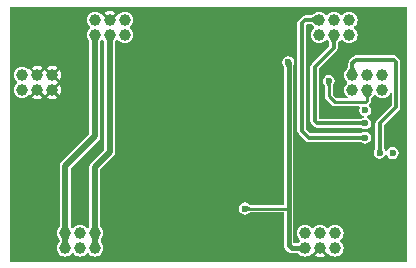
<source format=gbl>
G04*
G04 #@! TF.GenerationSoftware,Altium Limited,Altium Designer,20.1.8 (145)*
G04*
G04 Layer_Physical_Order=4*
G04 Layer_Color=16711680*
%FSTAX43Y43*%
%MOMM*%
G71*
G04*
G04 #@! TF.SameCoordinates,1A71404B-DE1A-40CA-A37D-A03955D0C46C*
G04*
G04*
G04 #@! TF.FilePolarity,Positive*
G04*
G01*
G75*
%ADD10C,0.250*%
%ADD35C,0.300*%
%ADD36C,0.500*%
%ADD37C,0.400*%
%ADD38C,1.000*%
%ADD39C,0.600*%
G36*
X0113308Y0090773D02*
X0079716D01*
Y0112365D01*
X0113308D01*
Y0090773D01*
D02*
G37*
%LPC*%
G36*
X0108452Y0111945D02*
X0108269Y0111921D01*
X0108099Y011185D01*
X0107953Y0111738D01*
X0107895Y0111664D01*
X0107738D01*
X0107681Y0111738D01*
X0107535Y011185D01*
X0107365Y0111921D01*
X0107182Y0111945D01*
X0106999Y0111921D01*
X0106829Y011185D01*
X0106683Y0111738D01*
X0106625Y0111664D01*
X0106468D01*
X0106411Y0111738D01*
X0106265Y011185D01*
X0106095Y0111921D01*
X0105912Y0111945D01*
X0105729Y0111921D01*
X0105559Y011185D01*
X0105456Y0111771D01*
X0105444Y0111764D01*
X0105416Y0111741D01*
X0105413Y0111738D01*
X0105412Y0111737D01*
X0105406Y0111732D01*
X0105373Y0111707D01*
X0105341Y0111685D01*
X010531Y0111668D01*
X0105281Y0111653D01*
X0105252Y0111642D01*
X0105225Y0111633D01*
X0105198Y0111628D01*
X0105184Y0111626D01*
X0104712D01*
X0104575Y0111599D01*
X0104459Y0111521D01*
X0104159Y0111221D01*
X0104082Y0111105D01*
X0104055Y0110969D01*
Y0101869D01*
X0104082Y0101732D01*
X0104159Y0101616D01*
X0104759Y0101016D01*
X0104875Y0100939D01*
X0105012Y0100912D01*
X0109403D01*
X010941Y0100911D01*
X0109424Y0100909D01*
X0109426Y0100908D01*
X0109426Y0100908D01*
X0109592Y0100798D01*
X0109787Y0100759D01*
X0109982Y0100798D01*
X0110147Y0100908D01*
X0110258Y0101074D01*
X0110297Y0101269D01*
X0110258Y0101464D01*
X0110147Y0101629D01*
X0109982Y010174D01*
X0109787Y0101779D01*
X0109592Y010174D01*
X0109426Y0101629D01*
X0109426Y0101629D01*
X0109424Y0101629D01*
X0109412Y0101627D01*
X0109399Y0101626D01*
X010516D01*
X0104769Y0102017D01*
Y0110821D01*
X010486Y0110912D01*
X0105163D01*
X0105177Y011091D01*
X0105201Y0110904D01*
X0105225Y0110896D01*
X0105249Y0110885D01*
X0105274Y0110871D01*
X01053Y0110853D01*
X0105326Y0110832D01*
X0105353Y0110807D01*
X0105385Y0110772D01*
X0105391Y0110768D01*
X0105413Y011074D01*
X0105487Y0110682D01*
Y0110525D01*
X0105413Y0110468D01*
X01053Y0110322D01*
X010523Y0110152D01*
X0105206Y0109969D01*
X010523Y0109786D01*
X01053Y0109616D01*
X0105413Y010947D01*
X0105559Y0109357D01*
X0105729Y0109287D01*
X0105912Y0109263D01*
X0106095Y0109287D01*
X0106265Y0109357D01*
X0106411Y010947D01*
X0106468Y0109544D01*
X0106577Y0109556D01*
X0106621Y0109544D01*
X0106651Y0109502D01*
X0106676Y0109465D01*
X0106696Y010943D01*
X0106714Y0109396D01*
X0106728Y0109363D01*
X0106739Y0109332D01*
X0106748Y0109302D01*
X0106753Y0109274D01*
X0106755Y010926D01*
Y0109017D01*
X0105259Y0107521D01*
X0105182Y0107405D01*
X0105155Y0107269D01*
Y0102645D01*
X0105182Y0102508D01*
X0105259Y0102392D01*
X0105435Y0102216D01*
X0105551Y0102139D01*
X0105688Y0102112D01*
X0109403D01*
X010941Y0102111D01*
X0109424Y0102109D01*
X0109426Y0102108D01*
X0109426Y0102108D01*
X0109592Y0101998D01*
X0109787Y0101959D01*
X0109982Y0101998D01*
X0110147Y0102108D01*
X0110258Y0102274D01*
X0110297Y0102469D01*
X0110258Y0102664D01*
X0110147Y0102829D01*
X0109982Y010294D01*
X010991Y0102954D01*
Y0103084D01*
X0109982Y0103098D01*
X0110147Y0103208D01*
X0110258Y0103374D01*
X0110297Y0103569D01*
X0110258Y0103764D01*
X0110147Y0103929D01*
X011014Y0103934D01*
X0110133Y0104092D01*
X0110222Y0104181D01*
X0110294Y0104288D01*
X0110319Y0104415D01*
Y0104553D01*
X0110322Y0104567D01*
X0110328Y010459D01*
X0110337Y0104615D01*
X011035Y0104642D01*
X0110367Y0104671D01*
X0110387Y01047D01*
X0110447Y0104774D01*
X0110475Y0104803D01*
X0110487Y0104812D01*
X0110544Y0104886D01*
X0110702D01*
X0110759Y0104812D01*
X0110905Y01047D01*
X0111075Y0104629D01*
X0111258Y0104605D01*
X0111441Y0104629D01*
X0111611Y01047D01*
X0111757Y0104812D01*
X011187Y0104958D01*
X0111928Y0105099D01*
X0112055Y0105074D01*
Y0104017D01*
X0110759Y0102721D01*
X0110682Y0102605D01*
X0110655Y0102469D01*
Y0100375D01*
X0110654Y0100362D01*
X0110652Y010035D01*
X011065Y010034D01*
X0110549Y0100189D01*
X011051Y0099994D01*
X0110549Y0099799D01*
X0110659Y0099634D01*
X0110825Y0099523D01*
X011102Y0099484D01*
X0111215Y0099523D01*
X011138Y0099634D01*
X0111491Y0099799D01*
X0111499Y0099838D01*
X0111628D01*
X0111641Y0099774D01*
X0111751Y0099608D01*
X0111917Y0099498D01*
X0112112Y0099459D01*
X0112307Y0099498D01*
X0112472Y0099608D01*
X0112583Y0099774D01*
X0112622Y0099969D01*
X0112583Y0100164D01*
X0112472Y0100329D01*
X0112307Y010044D01*
X0112112Y0100479D01*
X0111917Y010044D01*
X0111751Y0100329D01*
X0111641Y0100164D01*
X0111633Y0100125D01*
X0111504D01*
X0111491Y0100189D01*
X011138Y0100355D01*
X0111372Y010036D01*
X0111372Y0100363D01*
X011137Y0100374D01*
X0111369Y0100388D01*
Y0102321D01*
X0112664Y0103616D01*
X0112741Y0103732D01*
X0112769Y0103869D01*
Y0107693D01*
X0112741Y010783D01*
X0112664Y0107945D01*
X0112488Y0108121D01*
X0112373Y0108199D01*
X0112236Y0108226D01*
X0109012D01*
X0108875Y0108199D01*
X0108759Y0108121D01*
X0108459Y0107821D01*
X0108382Y0107705D01*
X0108355Y0107569D01*
Y0107318D01*
X0108353Y0107304D01*
X0108347Y0107278D01*
X0108339Y0107252D01*
X0108327Y0107226D01*
X0108313Y0107198D01*
X0108295Y0107169D01*
X0108274Y010714D01*
X0108248Y0107109D01*
X0108229Y0107088D01*
X0108219Y010708D01*
X0108107Y0106934D01*
X0108036Y0106764D01*
X0108012Y0106581D01*
X0108036Y0106398D01*
X0108107Y0106228D01*
X0108219Y0106082D01*
X0108293Y0106025D01*
Y0105867D01*
X0108219Y010581D01*
X0108107Y0105664D01*
X0108036Y0105494D01*
X0108012Y0105311D01*
X0108036Y0105128D01*
X0108107Y0104958D01*
X0108219Y0104812D01*
X0108329Y0104727D01*
X0108286Y01046D01*
X0107349D01*
X0107043Y0104906D01*
Y0105653D01*
X0107045Y0105664D01*
X0107047Y0105676D01*
X010705Y0105685D01*
X0107053Y0105692D01*
X0107056Y0105697D01*
X0107056Y0105698D01*
X0107072Y0105708D01*
X0107183Y0105874D01*
X0107222Y0106069D01*
X0107183Y0106264D01*
X0107072Y0106429D01*
X0106907Y010654D01*
X0106712Y0106579D01*
X0106517Y010654D01*
X0106351Y0106429D01*
X0106241Y0106264D01*
X0106202Y0106069D01*
X0106241Y0105874D01*
X0106351Y0105708D01*
X0106368Y0105698D01*
X0106368Y0105697D01*
X010637Y0105692D01*
X0106373Y0105685D01*
X0106376Y0105676D01*
X0106379Y0105664D01*
X010638Y0105653D01*
Y0104769D01*
X0106406Y0104642D01*
X0106477Y0104535D01*
X0106978Y0104034D01*
X0107085Y0103963D01*
X0107212Y0103937D01*
X0109279D01*
X0109347Y010381D01*
X0109316Y0103764D01*
X0109277Y0103569D01*
X0109316Y0103374D01*
X0109426Y0103208D01*
X0109592Y0103098D01*
X0109663Y0103084D01*
Y0102954D01*
X0109592Y010294D01*
X0109426Y0102829D01*
X0109426Y0102829D01*
X0109424Y0102829D01*
X0109412Y0102827D01*
X0109399Y0102826D01*
X0105869D01*
Y0107121D01*
X0107364Y0108616D01*
X0107441Y0108732D01*
X0107469Y0108869D01*
Y0109211D01*
X0107471Y0109225D01*
X0107476Y0109247D01*
X0107484Y0109269D01*
X0107495Y010929D01*
X0107508Y0109311D01*
X0107525Y0109333D01*
X0107545Y0109356D01*
X010757Y0109379D01*
X0107605Y0109406D01*
X0107617Y010942D01*
X0107681Y010947D01*
X0107738Y0109544D01*
X0107895D01*
X0107953Y010947D01*
X0108099Y0109357D01*
X0108269Y0109287D01*
X0108452Y0109263D01*
X0108635Y0109287D01*
X0108805Y0109357D01*
X0108951Y010947D01*
X0109063Y0109616D01*
X0109134Y0109786D01*
X0109158Y0109969D01*
X0109134Y0110152D01*
X0109063Y0110322D01*
X0108951Y0110468D01*
X0108877Y0110525D01*
Y0110682D01*
X0108951Y011074D01*
X0109063Y0110886D01*
X0109134Y0111056D01*
X0109158Y0111239D01*
X0109134Y0111422D01*
X0109063Y0111592D01*
X0108951Y0111738D01*
X0108805Y011185D01*
X0108635Y0111921D01*
X0108452Y0111945D01*
D02*
G37*
G36*
X0088182Y0111999D02*
X0087985Y0111973D01*
X0087802Y0111897D01*
X0087746Y0111855D01*
X0088182Y0111418D01*
X0088618Y0111855D01*
X0088562Y0111897D01*
X0088379Y0111973D01*
X0088182Y0111999D01*
D02*
G37*
G36*
X0089452Y0111945D02*
X0089269Y0111921D01*
X0089099Y011185D01*
X0088953Y0111738D01*
X0088931Y011171D01*
X0088832D01*
X0088272Y0111149D01*
X0088182Y0111239D01*
X0088092Y0111149D01*
X0087531Y011171D01*
X0087433D01*
X0087411Y0111738D01*
X0087265Y011185D01*
X0087095Y0111921D01*
X0086912Y0111945D01*
X0086729Y0111921D01*
X0086559Y011185D01*
X0086413Y0111738D01*
X00863Y0111592D01*
X008623Y0111422D01*
X0086206Y0111239D01*
X008623Y0111056D01*
X00863Y0110886D01*
X0086413Y011074D01*
X0086487Y0110682D01*
Y0110525D01*
X0086413Y0110468D01*
X00863Y0110322D01*
X008623Y0110152D01*
X0086206Y0109969D01*
X008623Y0109786D01*
X00863Y0109616D01*
X0086413Y010947D01*
X008642Y0109464D01*
X0086423Y010946D01*
X0086428Y0109451D01*
X0086433Y0109436D01*
X008644Y0109416D01*
X0086446Y010939D01*
X008645Y0109362D01*
X0086453Y0109328D01*
Y0101559D01*
X0084067Y0099173D01*
X0083968Y0099024D01*
X0083933Y0098849D01*
Y00938D01*
X0083931Y0093779D01*
X0083926Y0093747D01*
X008392Y0093722D01*
X0083913Y0093701D01*
X0083908Y0093687D01*
X0083903Y0093677D01*
X00839Y0093674D01*
X0083893Y0093668D01*
X008378Y0093522D01*
X008371Y0093352D01*
X0083686Y0093169D01*
X008371Y0092986D01*
X008378Y0092816D01*
X0083893Y009267D01*
X00839Y0092664D01*
X0083903Y009266D01*
X0083908Y0092651D01*
X0083913Y0092636D01*
X008392Y0092616D01*
X0083926Y009259D01*
X008393Y0092562D01*
X0083933Y0092529D01*
X0083931Y0092509D01*
X0083926Y0092477D01*
X008392Y0092452D01*
X0083913Y0092431D01*
X0083908Y0092417D01*
X0083903Y0092407D01*
X00839Y0092404D01*
X0083893Y0092398D01*
X008378Y0092252D01*
X008371Y0092082D01*
X0083686Y0091899D01*
X008371Y0091716D01*
X008378Y0091546D01*
X0083893Y00914D01*
X0084039Y0091287D01*
X0084209Y0091217D01*
X0084392Y0091193D01*
X0084575Y0091217D01*
X0084745Y0091287D01*
X0084891Y00914D01*
X0084948Y0091474D01*
X0085105D01*
X0085163Y00914D01*
X0085309Y0091287D01*
X0085479Y0091217D01*
X0085662Y0091193D01*
X0085845Y0091217D01*
X0086015Y0091287D01*
X0086161Y00914D01*
X0086218Y0091474D01*
X0086375D01*
X0086433Y00914D01*
X0086579Y0091287D01*
X0086749Y0091217D01*
X0086932Y0091193D01*
X0087115Y0091217D01*
X0087285Y0091287D01*
X0087431Y00914D01*
X0087543Y0091546D01*
X0087614Y0091716D01*
X0087638Y0091899D01*
X0087614Y0092082D01*
X0087543Y0092252D01*
X0087431Y0092398D01*
X0087423Y0092404D01*
X0087421Y0092407D01*
X0087416Y0092417D01*
X008741Y0092431D01*
X0087404Y0092452D01*
X0087398Y0092477D01*
X0087393Y0092506D01*
X0087391Y0092538D01*
X0087393Y0092559D01*
X0087398Y009259D01*
X0087404Y0092616D01*
X008741Y0092636D01*
X0087416Y0092651D01*
X0087421Y009266D01*
X0087423Y0092664D01*
X0087431Y009267D01*
X0087543Y0092816D01*
X0087614Y0092986D01*
X0087638Y0093169D01*
X0087614Y0093352D01*
X0087543Y0093522D01*
X0087431Y0093668D01*
X0087414Y0093681D01*
X0087404Y0093692D01*
X0087401Y0093695D01*
X0087397Y0093704D01*
X0087391Y0093717D01*
X0087384Y0093736D01*
X0087378Y0093761D01*
X0087374Y0093789D01*
X0087371Y0093824D01*
Y0098579D01*
X0088506Y0099714D01*
X0088606Y0099863D01*
X0088641Y0100039D01*
Y0109337D01*
X0088643Y0109359D01*
X0088648Y010939D01*
X0088654Y0109416D01*
X008866Y0109436D01*
X0088666Y0109451D01*
X0088671Y010946D01*
X0088673Y0109464D01*
X0088681Y010947D01*
X0088738Y0109544D01*
X0088895D01*
X0088953Y010947D01*
X0089099Y0109357D01*
X0089269Y0109287D01*
X0089452Y0109263D01*
X0089635Y0109287D01*
X0089805Y0109357D01*
X0089951Y010947D01*
X0090063Y0109616D01*
X0090134Y0109786D01*
X0090158Y0109969D01*
X0090134Y0110152D01*
X0090063Y0110322D01*
X0089951Y0110468D01*
X0089877Y0110525D01*
Y0110682D01*
X0089951Y011074D01*
X0090063Y0110886D01*
X0090134Y0111056D01*
X0090158Y0111239D01*
X0090134Y0111422D01*
X0090063Y0111592D01*
X0089951Y0111738D01*
X0089805Y011185D01*
X0089635Y0111921D01*
X0089452Y0111945D01*
D02*
G37*
G36*
X0083306Y0107342D02*
X0083109Y0107316D01*
X0082926Y010724D01*
X008287Y0107197D01*
X0083306Y0106761D01*
X0083742Y0107197D01*
X0083686Y010724D01*
X0083503Y0107316D01*
X0083306Y0107342D01*
D02*
G37*
G36*
X0082036D02*
X0081839Y0107316D01*
X0081656Y010724D01*
X00816Y0107197D01*
X0082036Y0106761D01*
X0082472Y0107197D01*
X0082416Y010724D01*
X0082233Y0107316D01*
X0082036Y0107342D01*
D02*
G37*
G36*
X0083922Y0107017D02*
X0083486Y0106581D01*
X0083922Y0106145D01*
X0083965Y0106201D01*
X0084041Y0106384D01*
X0084067Y0106581D01*
X0084041Y0106778D01*
X0083965Y0106961D01*
X0083922Y0107017D01*
D02*
G37*
G36*
Y0105747D02*
X0083486Y0105311D01*
X0083922Y0104875D01*
X0083965Y0104931D01*
X0084041Y0105114D01*
X0084067Y0105311D01*
X0084041Y0105508D01*
X0083965Y0105691D01*
X0083922Y0105747D01*
D02*
G37*
G36*
X0080766Y0107287D02*
X0080583Y0107263D01*
X0080413Y0107193D01*
X0080267Y010708D01*
X0080155Y0106934D01*
X0080084Y0106764D01*
X008006Y0106581D01*
X0080084Y0106398D01*
X0080155Y0106228D01*
X0080267Y0106082D01*
X0080341Y0106025D01*
Y0105867D01*
X0080267Y010581D01*
X0080155Y0105664D01*
X0080084Y0105494D01*
X008006Y0105311D01*
X0080084Y0105128D01*
X0080155Y0104958D01*
X0080267Y0104812D01*
X0080413Y01047D01*
X0080583Y0104629D01*
X0080766Y0104605D01*
X0080949Y0104629D01*
X0081119Y01047D01*
X0081265Y0104812D01*
X0081287Y010484D01*
X0081385D01*
X0081946Y0105401D01*
X0082036Y0105311D01*
X0082126Y0105401D01*
X0082671Y0104856D01*
X0083216Y0105401D01*
X0083761Y0105946D01*
X0083216Y0106491D01*
X0082671Y0107036D01*
X0082126Y0106491D01*
X0082036Y0106581D01*
X0081946Y0106491D01*
X0081385Y0107052D01*
X0081287D01*
X0081265Y010708D01*
X0081119Y0107193D01*
X0080949Y0107263D01*
X0080766Y0107287D01*
D02*
G37*
G36*
X0083306Y0105132D02*
X008287Y0104695D01*
X0082926Y0104652D01*
X0083109Y0104576D01*
X0083306Y0104551D01*
X0083503Y0104576D01*
X0083686Y0104652D01*
X0083742Y0104695D01*
X0083306Y0105132D01*
D02*
G37*
G36*
X0082036D02*
X00816Y0104695D01*
X0081656Y0104652D01*
X0081839Y0104576D01*
X0082036Y0104551D01*
X0082233Y0104576D01*
X0082416Y0104652D01*
X0082472Y0104695D01*
X0082036Y0105132D01*
D02*
G37*
G36*
X0103287Y0108154D02*
X0103092Y0108115D01*
X0102926Y0108004D01*
X0102816Y0107839D01*
X0102777Y0107644D01*
X0102816Y0107449D01*
X0102904Y0107317D01*
X0102904Y0107313D01*
Y00956D01*
X0100027D01*
X0100016Y0095602D01*
X0100005Y0095604D01*
X0099996Y0095607D01*
X0099989Y009561D01*
X0099983Y0095613D01*
X0099983Y0095613D01*
X0099972Y0095629D01*
X0099807Y009574D01*
X0099612Y0095779D01*
X0099417Y009574D01*
X0099251Y0095629D01*
X0099141Y0095464D01*
X0099102Y0095269D01*
X0099141Y0095074D01*
X0099251Y0094908D01*
X0099417Y0094798D01*
X0099612Y0094759D01*
X0099807Y0094798D01*
X0099972Y0094908D01*
X0099983Y0094925D01*
X0099983Y0094925D01*
X0099989Y0094927D01*
X0099996Y009493D01*
X0100005Y0094933D01*
X0100016Y0094936D01*
X0100027Y0094937D01*
X0102904D01*
Y0092169D01*
X0102904Y0092169D01*
X0102935Y0092013D01*
X0103023Y009188D01*
X0103293Y009161D01*
X0103426Y0091522D01*
X0103582Y0091491D01*
X0103582Y0091491D01*
X0104034D01*
X010404Y009149D01*
X0104071Y0091485D01*
X0104099Y0091479D01*
X0104124Y009147D01*
X0104147Y009146D01*
X0104169Y0091449D01*
X0104188Y0091437D01*
X0104207Y0091422D01*
X0104219Y009141D01*
X0104228Y00914D01*
X0104374Y0091287D01*
X0104544Y0091217D01*
X0104727Y0091193D01*
X010491Y0091217D01*
X010508Y0091287D01*
X0105226Y00914D01*
X0105248Y0091428D01*
X0105346D01*
X0105907Y0091989D01*
X0105997Y0091899D01*
X0106087Y0091989D01*
X0106647Y0091428D01*
X0106746D01*
X0106768Y00914D01*
X0106914Y0091287D01*
X0107084Y0091217D01*
X0107267Y0091193D01*
X010745Y0091217D01*
X010762Y0091287D01*
X0107766Y00914D01*
X0107878Y0091546D01*
X0107949Y0091716D01*
X0107973Y0091899D01*
X0107949Y0092082D01*
X0107878Y0092252D01*
X0107766Y0092398D01*
X0107692Y0092455D01*
Y0092612D01*
X0107766Y009267D01*
X0107878Y0092816D01*
X0107949Y0092986D01*
X0107973Y0093169D01*
X0107949Y0093352D01*
X0107878Y0093522D01*
X0107766Y0093668D01*
X010762Y009378D01*
X010745Y0093851D01*
X0107267Y0093875D01*
X0107084Y0093851D01*
X0106914Y009378D01*
X0106768Y0093668D01*
X010671Y0093594D01*
X0106553D01*
X0106496Y0093668D01*
X010635Y009378D01*
X010618Y0093851D01*
X0105997Y0093875D01*
X0105814Y0093851D01*
X0105644Y009378D01*
X0105498Y0093668D01*
X010544Y0093594D01*
X0105283D01*
X0105226Y0093668D01*
X010508Y009378D01*
X010491Y0093851D01*
X0104727Y0093875D01*
X0104544Y0093851D01*
X0104374Y009378D01*
X0104228Y0093668D01*
X0104115Y0093522D01*
X0104045Y0093352D01*
X0104021Y0093169D01*
X0104045Y0092986D01*
X0104115Y0092816D01*
X0104228Y009267D01*
X0104302Y0092612D01*
Y0092455D01*
X0104228Y0092398D01*
X0104219Y0092387D01*
X0104207Y0092375D01*
X0104188Y0092361D01*
X0104169Y0092348D01*
X0104147Y0092337D01*
X0104124Y0092327D01*
X0104099Y0092319D01*
X0104071Y0092312D01*
X010404Y0092307D01*
X0104034Y0092307D01*
X0103751D01*
X010372Y0092338D01*
Y0095269D01*
Y0107392D01*
X0103758Y0107449D01*
X0103797Y0107644D01*
X0103758Y0107839D01*
X0103647Y0108004D01*
X0103482Y0108115D01*
X0103287Y0108154D01*
D02*
G37*
G36*
X0105997Y0091719D02*
X0105561Y0091283D01*
X0105617Y009124D01*
X01058Y0091164D01*
X0105997Y0091138D01*
X0106194Y0091164D01*
X0106377Y009124D01*
X0106433Y0091283D01*
X0105997Y0091719D01*
D02*
G37*
%LPD*%
G36*
X0105534Y0110911D02*
X0105498Y011095D01*
X010546Y0110986D01*
X0105422Y0111017D01*
X0105382Y0111044D01*
X0105342Y0111067D01*
X0105301Y0111086D01*
X0105259Y01111D01*
X0105215Y011111D01*
X0105171Y0111117D01*
X0105126Y0111119D01*
X0105145Y0111419D01*
X0105189Y0111421D01*
X0105233Y0111426D01*
X0105277Y0111436D01*
X010532Y0111449D01*
X0105363Y0111466D01*
X0105406Y0111487D01*
X0105449Y0111512D01*
X0105492Y0111541D01*
X0105534Y0111573D01*
X0105576Y011161D01*
X0105534Y0110911D01*
D02*
G37*
G36*
X0107478Y0109566D02*
X0107437Y0109534D01*
X01074Y01095D01*
X0107368Y0109464D01*
X010734Y0109427D01*
X0107316Y0109389D01*
X0107296Y0109349D01*
X0107281Y0109308D01*
X010727Y0109265D01*
X0107264Y0109221D01*
X0107262Y0109175D01*
X0106962Y010922D01*
X010696Y0109263D01*
X0106955Y0109306D01*
X0106946Y010935D01*
X0106934Y0109394D01*
X0106918Y0109438D01*
X0106898Y0109483D01*
X0106875Y0109528D01*
X0106849Y0109573D01*
X0106819Y0109618D01*
X0106785Y0109664D01*
X0107478Y0109566D01*
D02*
G37*
G36*
X0108864Y0107315D02*
X010887Y0107271D01*
X010888Y0107228D01*
X0108894Y0107185D01*
X0108912Y0107143D01*
X0108934Y0107102D01*
X0108961Y0107061D01*
X0108991Y0107021D01*
X0109025Y0106981D01*
X0109064Y0106943D01*
X0108364Y0106934D01*
X0108401Y0106974D01*
X0108435Y0107014D01*
X0108465Y0107055D01*
X010849Y0107097D01*
X0108512Y0107139D01*
X010853Y0107181D01*
X0108544Y0107224D01*
X0108554Y0107268D01*
X010856Y0107312D01*
X0108562Y0107356D01*
X0108862Y010736D01*
X0108864Y0107315D01*
D02*
G37*
G36*
X0106906Y0105837D02*
X0106891Y0105818D01*
X0106878Y0105798D01*
X0106867Y0105776D01*
X0106858Y0105753D01*
X010685Y0105729D01*
X0106844Y0105703D01*
X010684Y0105675D01*
X0106838Y0105646D01*
X0106837Y0105616D01*
X0106587D01*
X0106586Y0105646D01*
X0106583Y0105675D01*
X0106579Y0105703D01*
X0106573Y0105729D01*
X0106566Y0105753D01*
X0106556Y0105776D01*
X0106545Y0105798D01*
X0106532Y0105818D01*
X0106518Y0105837D01*
X0106502Y0105855D01*
X0106922D01*
X0106906Y0105837D01*
D02*
G37*
G36*
X0110295Y010491D02*
X0110223Y0104823D01*
X0110194Y010478D01*
X0110169Y0104737D01*
X0110149Y0104694D01*
X0110133Y0104652D01*
X0110122Y010461D01*
X0110115Y0104568D01*
X0110113Y0104527D01*
X0109863D01*
X0109861Y0104568D01*
X0109854Y010461D01*
X0109843Y0104652D01*
X0109827Y0104694D01*
X0109807Y0104737D01*
X0109782Y010478D01*
X0109753Y0104823D01*
X0109719Y0104866D01*
X0109681Y010491D01*
X0109638Y0104954D01*
X0110338D01*
X0110295Y010491D01*
D02*
G37*
G36*
X0109573Y0102259D02*
X010956Y010227D01*
X0109545Y010228D01*
X0109528Y0102289D01*
X0109508Y0102297D01*
X0109487Y0102304D01*
X0109463Y0102309D01*
X0109437Y0102313D01*
X0109409Y0102316D01*
X0109347Y0102319D01*
Y0102619D01*
X0109379Y0102619D01*
X0109437Y0102624D01*
X0109463Y0102628D01*
X0109487Y0102634D01*
X0109508Y010264D01*
X0109528Y0102648D01*
X0109545Y0102657D01*
X010956Y0102667D01*
X0109573Y0102679D01*
Y0102259D01*
D02*
G37*
G36*
Y0101059D02*
X010956Y010107D01*
X0109545Y010108D01*
X0109528Y0101089D01*
X0109508Y0101097D01*
X0109487Y0101104D01*
X0109463Y0101109D01*
X0109437Y0101113D01*
X0109409Y0101116D01*
X0109347Y0101119D01*
Y0101419D01*
X0109379Y0101419D01*
X0109437Y0101424D01*
X0109463Y0101428D01*
X0109487Y0101434D01*
X0109508Y010144D01*
X0109528Y0101448D01*
X0109545Y0101457D01*
X010956Y0101467D01*
X0109573Y0101479D01*
Y0101059D01*
D02*
G37*
G36*
X0111162Y0100406D02*
X0111167Y0100348D01*
X0111172Y0100323D01*
X0111177Y0100299D01*
X0111184Y0100278D01*
X0111192Y0100258D01*
X0111202Y0100241D01*
X0111212Y0100227D01*
X0111224Y0100214D01*
X0110804Y0100203D01*
X0110815Y0100216D01*
X0110825Y0100231D01*
X0110834Y0100248D01*
X0110841Y0100268D01*
X0110847Y0100289D01*
X0110853Y0100313D01*
X0110857Y0100339D01*
X0110861Y0100397D01*
X0110862Y0100429D01*
X0111162Y0100438D01*
X0111162Y0100406D01*
D02*
G37*
G36*
X0088513Y010959D02*
X0088496Y0109565D01*
X0088481Y0109537D01*
X0088468Y0109505D01*
X0088457Y0109469D01*
X0088448Y0109429D01*
X0088441Y0109386D01*
X0088436Y010934D01*
X0088432Y0109236D01*
X0087932D01*
X0087931Y010929D01*
X0087923Y0109386D01*
X0087916Y0109429D01*
X0087907Y0109469D01*
X0087896Y0109505D01*
X0087883Y0109537D01*
X0087868Y0109565D01*
X0087851Y010959D01*
X0087832Y0109612D01*
X0088532D01*
X0088513Y010959D01*
D02*
G37*
G36*
X0087243D02*
X0087226Y0109565D01*
X0087211Y0109537D01*
X0087198Y0109505D01*
X0087187Y0109469D01*
X0087178Y0109429D01*
X0087171Y0109386D01*
X0087166Y010934D01*
X0087162Y0109236D01*
X0086662D01*
X0086661Y010929D01*
X0086653Y0109386D01*
X0086646Y0109429D01*
X0086637Y0109469D01*
X0086626Y0109505D01*
X0086613Y0109537D01*
X0086598Y0109565D01*
X0086581Y010959D01*
X0086562Y0109612D01*
X0087262D01*
X0087243Y010959D01*
D02*
G37*
G36*
X0087683Y010947D02*
X008769Y0109464D01*
X0087693Y010946D01*
X0087698Y0109451D01*
X0087703Y0109436D01*
X008771Y0109416D01*
X0087716Y010939D01*
X008772Y0109362D01*
X0087723Y0109328D01*
Y0100229D01*
X0086587Y0099093D01*
X0086488Y0098944D01*
X0086453Y0098769D01*
Y0093793D01*
X0086451Y0093762D01*
X0086446Y0093732D01*
X008644Y0093706D01*
X0086434Y0093684D01*
X0086428Y0093668D01*
X0086423Y0093658D01*
X008642Y0093653D01*
X008641Y0093641D01*
X0086407Y0093634D01*
X0086375Y0093594D01*
X0086218D01*
X0086161Y0093668D01*
X0086015Y009378D01*
X0085845Y0093851D01*
X0085662Y0093875D01*
X0085479Y0093851D01*
X0085309Y009378D01*
X0085163Y0093668D01*
X0085105Y0093594D01*
X0084948D01*
X0084891Y0093668D01*
X0084883Y0093674D01*
X0084881Y0093677D01*
X0084876Y0093687D01*
X008487Y0093701D01*
X0084864Y0093722D01*
X0084858Y0093747D01*
X0084853Y0093776D01*
X0084851Y0093809D01*
Y0098659D01*
X0087236Y0101044D01*
X0087336Y0101193D01*
X0087371Y0101369D01*
Y0109337D01*
X0087373Y0109359D01*
X0087378Y010939D01*
X0087384Y0109416D01*
X008739Y0109436D01*
X0087396Y0109451D01*
X0087401Y010946D01*
X0087403Y0109464D01*
X0087411Y010947D01*
X0087468Y0109544D01*
X0087625D01*
X0087683Y010947D01*
D02*
G37*
G36*
X0084643Y0093848D02*
X0084651Y0093751D01*
X0084658Y0093708D01*
X0084667Y0093669D01*
X0084678Y0093633D01*
X0084691Y0093601D01*
X0084706Y0093572D01*
X0084723Y0093547D01*
X0084742Y0093526D01*
X0084042D01*
X0084061Y0093547D01*
X0084078Y0093572D01*
X0084093Y0093601D01*
X0084106Y0093633D01*
X0084117Y0093669D01*
X0084126Y0093708D01*
X0084133Y0093751D01*
X0084138Y0093798D01*
X0084142Y0093902D01*
X0084642D01*
X0084643Y0093848D01*
D02*
G37*
G36*
X0087163Y0093859D02*
X0087171Y0093762D01*
X0087179Y009372D01*
X0087188Y0093681D01*
X00872Y0093645D01*
X0087213Y0093613D01*
X0087229Y0093585D01*
X0087247Y009356D01*
X0087267Y009354D01*
X0086568Y0093512D01*
X0086586Y0093533D01*
X0086602Y0093559D01*
X0086616Y0093588D01*
X0086628Y009362D01*
X0086638Y0093656D01*
X0086647Y0093696D01*
X0086653Y0093739D01*
X0086661Y0093836D01*
X0086662Y009389D01*
X0087162Y0093913D01*
X0087163Y0093859D01*
D02*
G37*
G36*
X0087263Y009279D02*
X0087246Y0092765D01*
X0087231Y0092737D01*
X0087218Y0092705D01*
X0087207Y0092669D01*
X0087198Y0092629D01*
X0087191Y0092586D01*
X0087186Y0092541D01*
X0087191Y0092481D01*
X0087198Y0092438D01*
X0087207Y0092399D01*
X0087218Y0092363D01*
X0087231Y0092331D01*
X0087246Y0092302D01*
X0087263Y0092277D01*
X0087282Y0092256D01*
X0086582D01*
X0086601Y0092277D01*
X0086618Y0092302D01*
X0086633Y0092331D01*
X0086646Y0092363D01*
X0086657Y0092399D01*
X0086666Y0092438D01*
X0086673Y0092481D01*
X0086678Y0092527D01*
X0086673Y0092586D01*
X0086666Y0092629D01*
X0086657Y0092669D01*
X0086646Y0092705D01*
X0086633Y0092737D01*
X0086618Y0092765D01*
X0086601Y009279D01*
X0086582Y0092812D01*
X0087282D01*
X0087263Y009279D01*
D02*
G37*
G36*
X0084723D02*
X0084706Y0092765D01*
X0084691Y0092737D01*
X0084678Y0092705D01*
X0084667Y0092669D01*
X0084658Y0092629D01*
X0084651Y0092586D01*
X0084646Y0092541D01*
X0084651Y0092481D01*
X0084658Y0092438D01*
X0084667Y0092399D01*
X0084678Y0092363D01*
X0084691Y0092331D01*
X0084706Y0092302D01*
X0084723Y0092277D01*
X0084742Y0092256D01*
X0084042D01*
X0084061Y0092277D01*
X0084078Y0092302D01*
X0084093Y0092331D01*
X0084106Y0092363D01*
X0084117Y0092399D01*
X0084126Y0092438D01*
X0084133Y0092481D01*
X0084138Y0092527D01*
X0084133Y0092586D01*
X0084126Y0092629D01*
X0084117Y0092669D01*
X0084106Y0092705D01*
X0084093Y0092737D01*
X0084078Y0092765D01*
X0084061Y009279D01*
X0084042Y0092812D01*
X0084742D01*
X0084723Y009279D01*
D02*
G37*
G36*
X0103514Y0107446D02*
X0103513Y010744D01*
X0103512Y01073D01*
X0103512Y0107265D01*
X0103112Y010722D01*
X0103112Y0107254D01*
X0103104Y010739D01*
X0103101Y0107401D01*
X0103099Y0107408D01*
X0103095Y0107413D01*
X0103514Y0107448D01*
X0103514Y0107446D01*
D02*
G37*
G36*
X0099843Y0095463D02*
X0099862Y0095448D01*
X0099882Y0095435D01*
X0099904Y0095424D01*
X0099927Y0095415D01*
X0099952Y0095407D01*
X0099978Y0095401D01*
X0100005Y0095397D01*
X0100034Y0095395D01*
X0100065Y0095394D01*
Y0095144D01*
X0100034Y0095143D01*
X0100005Y009514D01*
X0099978Y0095136D01*
X0099952Y009513D01*
X0099927Y0095123D01*
X0099904Y0095113D01*
X0099882Y0095102D01*
X0099862Y0095089D01*
X0099843Y0095075D01*
X0099826Y0095059D01*
Y0095479D01*
X0099843Y0095463D01*
D02*
G37*
G36*
X010437Y0091549D02*
X0104339Y0091577D01*
X0104307Y0091603D01*
X0104272Y0091625D01*
X0104235Y0091645D01*
X0104196Y0091661D01*
X0104155Y0091675D01*
X0104111Y0091685D01*
X0104066Y0091693D01*
X0104018Y0091697D01*
X0103969Y0091699D01*
Y0092099D01*
X0104018Y00921D01*
X0104066Y0092105D01*
X0104111Y0092112D01*
X0104155Y0092123D01*
X0104196Y0092136D01*
X0104235Y0092153D01*
X0104272Y0092172D01*
X0104307Y0092195D01*
X0104339Y009222D01*
X010437Y0092249D01*
Y0091549D01*
D02*
G37*
D10*
X0107212Y0104269D02*
X0109842D01*
X0109988Y0104415D01*
Y0105311D01*
X0106712Y0104769D02*
Y0106069D01*
Y0104769D02*
X0107212Y0104269D01*
X0099612Y0095269D02*
X0103312D01*
D35*
X0104412Y0101869D02*
X0105012Y0101269D01*
X0109787D01*
X0111012Y0100002D02*
X011102Y0099994D01*
X0111012Y0100002D02*
Y0102469D01*
X0112412Y0103869D02*
Y0107693D01*
X0111012Y0102469D02*
X0112412Y0103869D01*
X0105512Y0102645D02*
Y0107269D01*
X0105688Y0102469D02*
X0109712D01*
X0105512Y0102645D02*
X0105688Y0102469D01*
X0105512Y0107269D02*
X0107112Y0108869D01*
Y0109899D01*
X0107182Y0109969D01*
X0104412Y0110969D02*
X0104712Y0111269D01*
X0104412Y0101869D02*
Y0110969D01*
X0104712Y0111269D02*
X0105882D01*
X0105912Y0111239D01*
X0109012Y0107869D02*
X0112236D01*
X0112412Y0107693D01*
X0108712Y0107569D02*
X0109012Y0107869D01*
X0108712Y0106587D02*
Y0107569D01*
Y0106587D02*
X0108718Y0106581D01*
D36*
X0086912Y0098769D02*
X0088182Y0100039D01*
Y0109969D01*
X0086912Y0093189D02*
Y0098769D01*
Y0093189D02*
X0086932Y0093169D01*
X0084392Y0098849D02*
X0086912Y0101369D01*
X0084392Y0093169D02*
Y0098849D01*
X0086912Y0101369D02*
Y0109969D01*
X0084392Y0091899D02*
Y0093169D01*
X0086932Y0091899D02*
Y0093169D01*
D37*
X0103312Y0095269D02*
Y0107619D01*
Y0092169D02*
Y0095269D01*
X0103287Y0107644D02*
X0103312Y0107619D01*
X0103582Y0091899D02*
X0104727D01*
X0103312Y0092169D02*
X0103582Y0091899D01*
D38*
X0108718Y0106581D02*
D03*
Y0105311D02*
D03*
X0109988Y0106581D02*
D03*
Y0105311D02*
D03*
X0111258Y0106581D02*
D03*
Y0105311D02*
D03*
X0105912Y0109969D02*
D03*
Y0111239D02*
D03*
X0107182Y0109969D02*
D03*
Y0111239D02*
D03*
X0108452Y0109969D02*
D03*
Y0111239D02*
D03*
X0107267Y0093169D02*
D03*
Y0091899D02*
D03*
X0105997Y0093169D02*
D03*
Y0091899D02*
D03*
X0104727Y0093169D02*
D03*
Y0091899D02*
D03*
X0086912Y0109969D02*
D03*
Y0111239D02*
D03*
X0088182Y0109969D02*
D03*
Y0111239D02*
D03*
X0089452Y0109969D02*
D03*
Y0111239D02*
D03*
X0086932Y0093169D02*
D03*
Y0091899D02*
D03*
X0085662Y0093169D02*
D03*
Y0091899D02*
D03*
X0084392Y0093169D02*
D03*
Y0091899D02*
D03*
X0080766Y0106581D02*
D03*
Y0105311D02*
D03*
X0082036Y0106581D02*
D03*
Y0105311D02*
D03*
X0083306Y0106581D02*
D03*
Y0105311D02*
D03*
D39*
X0093414Y0101411D02*
D03*
X0091181Y0101423D02*
D03*
X0097312Y0101969D02*
D03*
X0099412Y0098469D02*
D03*
X0100212Y0103969D02*
D03*
X0095412Y0104769D02*
D03*
X0106712Y0094369D02*
D03*
X0101312Y0097769D02*
D03*
X0095212Y0097969D02*
D03*
X0110223Y0099971D02*
D03*
X011102Y0099994D02*
D03*
X0109787Y0101269D02*
D03*
X0112112Y0099969D02*
D03*
X0109787Y0103569D02*
D03*
X0106712Y0106069D02*
D03*
X0099612Y0095269D02*
D03*
X0103287Y0107644D02*
D03*
X0109787Y0102469D02*
D03*
X0111012Y0096769D02*
D03*
M02*

</source>
